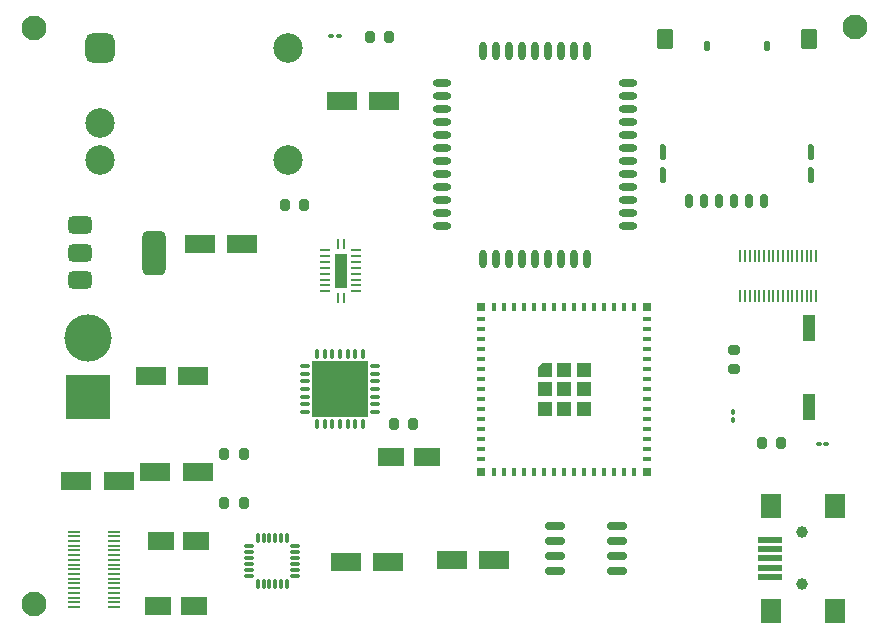
<source format=gbr>
%TF.GenerationSoftware,KiCad,Pcbnew,8.0.5*%
%TF.CreationDate,2024-10-19T16:38:56-04:00*%
%TF.ProjectId,emerald_pcb,656d6572-616c-4645-9f70-63622e6b6963,rev?*%
%TF.SameCoordinates,Original*%
%TF.FileFunction,Soldermask,Top*%
%TF.FilePolarity,Negative*%
%FSLAX46Y46*%
G04 Gerber Fmt 4.6, Leading zero omitted, Abs format (unit mm)*
G04 Created by KiCad (PCBNEW 8.0.5) date 2024-10-19 16:38:56*
%MOMM*%
%LPD*%
G01*
G04 APERTURE LIST*
G04 Aperture macros list*
%AMRoundRect*
0 Rectangle with rounded corners*
0 $1 Rounding radius*
0 $2 $3 $4 $5 $6 $7 $8 $9 X,Y pos of 4 corners*
0 Add a 4 corners polygon primitive as box body*
4,1,4,$2,$3,$4,$5,$6,$7,$8,$9,$2,$3,0*
0 Add four circle primitives for the rounded corners*
1,1,$1+$1,$2,$3*
1,1,$1+$1,$4,$5*
1,1,$1+$1,$6,$7*
1,1,$1+$1,$8,$9*
0 Add four rect primitives between the rounded corners*
20,1,$1+$1,$2,$3,$4,$5,0*
20,1,$1+$1,$4,$5,$6,$7,0*
20,1,$1+$1,$6,$7,$8,$9,0*
20,1,$1+$1,$8,$9,$2,$3,0*%
%AMOutline5P*
0 Free polygon, 5 corners , with rotation*
0 The origin of the aperture is its center*
0 number of corners: always 5*
0 $1 to $10 corner X, Y*
0 $11 Rotation angle, in degrees counterclockwise*
0 create outline with 5 corners*
4,1,5,$1,$2,$3,$4,$5,$6,$7,$8,$9,$10,$1,$2,$11*%
%AMOutline6P*
0 Free polygon, 6 corners , with rotation*
0 The origin of the aperture is its center*
0 number of corners: always 6*
0 $1 to $12 corner X, Y*
0 $13 Rotation angle, in degrees counterclockwise*
0 create outline with 6 corners*
4,1,6,$1,$2,$3,$4,$5,$6,$7,$8,$9,$10,$11,$12,$1,$2,$13*%
%AMOutline7P*
0 Free polygon, 7 corners , with rotation*
0 The origin of the aperture is its center*
0 number of corners: always 7*
0 $1 to $14 corner X, Y*
0 $15 Rotation angle, in degrees counterclockwise*
0 create outline with 7 corners*
4,1,7,$1,$2,$3,$4,$5,$6,$7,$8,$9,$10,$11,$12,$13,$14,$1,$2,$15*%
%AMOutline8P*
0 Free polygon, 8 corners , with rotation*
0 The origin of the aperture is its center*
0 number of corners: always 8*
0 $1 to $16 corner X, Y*
0 $17 Rotation angle, in degrees counterclockwise*
0 create outline with 8 corners*
4,1,8,$1,$2,$3,$4,$5,$6,$7,$8,$9,$10,$11,$12,$13,$14,$15,$16,$1,$2,$17*%
G04 Aperture macros list end*
%ADD10RoundRect,0.250000X-1.050000X-0.550000X1.050000X-0.550000X1.050000X0.550000X-1.050000X0.550000X0*%
%ADD11RoundRect,0.200000X-0.200000X-0.275000X0.200000X-0.275000X0.200000X0.275000X-0.200000X0.275000X0*%
%ADD12RoundRect,0.162500X0.162500X0.412500X-0.162500X0.412500X-0.162500X-0.412500X0.162500X-0.412500X0*%
%ADD13RoundRect,0.112500X0.112500X0.537500X-0.112500X0.537500X-0.112500X-0.537500X0.112500X-0.537500X0*%
%ADD14RoundRect,0.250000X0.450000X0.600000X-0.450000X0.600000X-0.450000X-0.600000X0.450000X-0.600000X0*%
%ADD15RoundRect,0.135000X0.135000X0.265000X-0.135000X0.265000X-0.135000X-0.265000X0.135000X-0.265000X0*%
%ADD16C,2.100000*%
%ADD17R,0.800000X0.400000*%
%ADD18R,0.400000X0.800000*%
%ADD19Outline5P,-0.600000X0.204000X-0.204000X0.600000X0.600000X0.600000X0.600000X-0.600000X-0.600000X-0.600000X0.000000*%
%ADD20R,1.200000X1.200000*%
%ADD21R,0.800000X0.800000*%
%ADD22R,2.200000X1.600000*%
%ADD23RoundRect,0.100000X-0.130000X-0.100000X0.130000X-0.100000X0.130000X0.100000X-0.130000X0.100000X0*%
%ADD24R,0.240000X0.900000*%
%ADD25R,0.900000X0.240000*%
%ADD26R,1.000000X2.900000*%
%ADD27RoundRect,0.075000X-0.350000X-0.075000X0.350000X-0.075000X0.350000X0.075000X-0.350000X0.075000X0*%
%ADD28RoundRect,0.075000X0.075000X-0.350000X0.075000X0.350000X-0.075000X0.350000X-0.075000X-0.350000X0*%
%ADD29RoundRect,0.150000X-0.675000X-0.150000X0.675000X-0.150000X0.675000X0.150000X-0.675000X0.150000X0*%
%ADD30R,0.230000X1.000000*%
%ADD31RoundRect,0.200000X0.200000X0.275000X-0.200000X0.275000X-0.200000X-0.275000X0.200000X-0.275000X0*%
%ADD32RoundRect,0.100000X0.130000X0.100000X-0.130000X0.100000X-0.130000X-0.100000X0.130000X-0.100000X0*%
%ADD33R,3.800000X3.800000*%
%ADD34C,4.000000*%
%ADD35RoundRect,0.200000X0.275000X-0.200000X0.275000X0.200000X-0.275000X0.200000X-0.275000X-0.200000X0*%
%ADD36RoundRect,0.625000X-0.625000X-0.625000X0.625000X-0.625000X0.625000X0.625000X-0.625000X0.625000X0*%
%ADD37C,2.500000*%
%ADD38O,1.600000X0.600000*%
%ADD39O,0.600000X1.600000*%
%ADD40RoundRect,0.100000X0.100000X-0.130000X0.100000X0.130000X-0.100000X0.130000X-0.100000X-0.130000X0*%
%ADD41RoundRect,0.375000X-0.625000X-0.375000X0.625000X-0.375000X0.625000X0.375000X-0.625000X0.375000X0*%
%ADD42RoundRect,0.500000X-0.500000X-1.400000X0.500000X-1.400000X0.500000X1.400000X-0.500000X1.400000X0*%
%ADD43R,1.120000X2.160000*%
%ADD44RoundRect,0.075000X-0.312500X-0.075000X0.312500X-0.075000X0.312500X0.075000X-0.312500X0.075000X0*%
%ADD45RoundRect,0.075000X-0.075000X-0.312500X0.075000X-0.312500X0.075000X0.312500X-0.075000X0.312500X0*%
%ADD46R,4.800000X4.800000*%
%ADD47C,1.000000*%
%ADD48R,2.000000X0.500000*%
%ADD49R,1.700000X2.000000*%
%ADD50R,1.000000X0.230000*%
G04 APERTURE END LIST*
D10*
%TO.C,C10*%
X63833600Y-83312000D03*
X67433600Y-83312000D03*
%TD*%
D11*
%TO.C,R7*%
X58649600Y-53086000D03*
X60299600Y-53086000D03*
%TD*%
%TO.C,R6*%
X67895200Y-71628000D03*
X69545200Y-71628000D03*
%TD*%
D12*
%TO.C,J1*%
X94162400Y-52744400D03*
X96702400Y-52744400D03*
X99242400Y-52744400D03*
X92892400Y-52744400D03*
X95432400Y-52744400D03*
X97972400Y-52744400D03*
D13*
X103187400Y-50574400D03*
X103187400Y-48574400D03*
D14*
X103022400Y-39014400D03*
D15*
X99452400Y-39594400D03*
X94372400Y-39594400D03*
D14*
X90812400Y-39014400D03*
D13*
X90647400Y-50574400D03*
X90647400Y-48574400D03*
%TD*%
D11*
%TO.C,R1*%
X53518800Y-78333600D03*
X55168800Y-78333600D03*
%TD*%
D16*
%TO.C,REF\u002A\u002A*%
X106934000Y-38000000D03*
%TD*%
D17*
%TO.C,U1*%
X75313200Y-62721200D03*
X75313200Y-63571200D03*
X75313200Y-64421200D03*
X75313200Y-65271200D03*
X75313200Y-66121200D03*
X75313200Y-66971200D03*
X75313200Y-67821200D03*
X75313200Y-68671200D03*
X75313200Y-69521200D03*
X75313200Y-70371200D03*
X75313200Y-71221200D03*
X75313200Y-72071200D03*
X75313200Y-72921200D03*
X75313200Y-73771200D03*
X75313200Y-74621200D03*
D18*
X76363200Y-75671200D03*
X77213200Y-75671200D03*
X78063200Y-75671200D03*
X78913200Y-75671200D03*
X79763200Y-75671200D03*
X80613200Y-75671200D03*
X81463200Y-75671200D03*
X82313200Y-75671200D03*
X83163200Y-75671200D03*
X84013200Y-75671200D03*
X84863200Y-75671200D03*
X85713200Y-75671200D03*
X86563200Y-75671200D03*
X87413200Y-75671200D03*
X88263200Y-75671200D03*
D17*
X89313200Y-74621200D03*
X89313200Y-73771200D03*
X89313200Y-72921200D03*
X89313200Y-72071200D03*
X89313200Y-71221200D03*
X89313200Y-70371200D03*
X89313200Y-69521200D03*
X89313200Y-68671200D03*
X89313200Y-67821200D03*
X89313200Y-66971200D03*
X89313200Y-66121200D03*
X89313200Y-65271200D03*
X89313200Y-64421200D03*
X89313200Y-63571200D03*
X89313200Y-62721200D03*
D18*
X88263200Y-61671200D03*
X87413200Y-61671200D03*
X86563200Y-61671200D03*
X85713200Y-61671200D03*
X84863200Y-61671200D03*
X84013200Y-61671200D03*
X83163200Y-61671200D03*
X82313200Y-61671200D03*
X81463200Y-61671200D03*
X80613200Y-61671200D03*
X79763200Y-61671200D03*
X78913200Y-61671200D03*
X78063200Y-61671200D03*
X77213200Y-61671200D03*
X76363200Y-61671200D03*
D19*
X80663200Y-67021200D03*
D20*
X80663200Y-68671200D03*
X80663200Y-70321200D03*
X82313200Y-67021200D03*
X82313200Y-68671200D03*
X82313200Y-70321200D03*
X83963200Y-67021200D03*
X83963200Y-68671200D03*
X83963200Y-70321200D03*
D21*
X75313200Y-61671200D03*
X75313200Y-75671200D03*
X89313200Y-75671200D03*
X89313200Y-61671200D03*
%TD*%
D16*
%TO.C,REF\u002A\u002A*%
X37388800Y-86868000D03*
%TD*%
D10*
%TO.C,C9*%
X72774400Y-83168000D03*
X76374400Y-83168000D03*
%TD*%
D22*
%TO.C,C1*%
X67662800Y-74422000D03*
X70662800Y-74422000D03*
%TD*%
D23*
%TO.C,GPRS1*%
X62581000Y-38760400D03*
X63221000Y-38760400D03*
%TD*%
D24*
%TO.C,U5*%
X63148400Y-56338400D03*
D25*
X62098400Y-56888400D03*
X62098400Y-57388400D03*
X62098400Y-57888400D03*
X62098400Y-58388400D03*
X62098400Y-58888400D03*
X62098400Y-59388400D03*
X62098400Y-59888400D03*
X62098400Y-60388400D03*
D24*
X63148400Y-60938400D03*
X63648400Y-60938400D03*
D25*
X64698400Y-60388400D03*
X64698400Y-59888400D03*
X64698400Y-59388400D03*
X64698400Y-58888400D03*
X64698400Y-58388400D03*
X64698400Y-57888400D03*
X64698400Y-57388400D03*
X64698400Y-56888400D03*
D24*
X63648400Y-56338400D03*
D26*
X63398400Y-58638400D03*
%TD*%
D27*
%TO.C,U4*%
X55657200Y-81960400D03*
X55657200Y-82460400D03*
X55657200Y-82960400D03*
X55657200Y-83460400D03*
X55657200Y-83960400D03*
X55657200Y-84460400D03*
D28*
X56357200Y-85160400D03*
X56857200Y-85160400D03*
X57357200Y-85160400D03*
X57857200Y-85160400D03*
X58357200Y-85160400D03*
X58857200Y-85160400D03*
D27*
X59557200Y-84460400D03*
X59557200Y-83960400D03*
X59557200Y-83460400D03*
X59557200Y-82960400D03*
X59557200Y-82460400D03*
X59557200Y-81960400D03*
D28*
X58857200Y-81260400D03*
X58357200Y-81260400D03*
X57857200Y-81260400D03*
X57357200Y-81260400D03*
X56857200Y-81260400D03*
X56357200Y-81260400D03*
%TD*%
D29*
%TO.C,U6*%
X81550600Y-80289400D03*
X81550600Y-81559400D03*
X81550600Y-82829400D03*
X81550600Y-84099400D03*
X86800600Y-84099400D03*
X86800600Y-82829400D03*
X86800600Y-81559400D03*
X86800600Y-80289400D03*
%TD*%
D10*
%TO.C,C6*%
X47708000Y-75641200D03*
X51308000Y-75641200D03*
%TD*%
D30*
%TO.C,AE2*%
X97232000Y-60804000D03*
X97632000Y-60804000D03*
X98032000Y-60804000D03*
X98432000Y-60804000D03*
X98832000Y-60804000D03*
X99232000Y-60804000D03*
X99632000Y-60804000D03*
X100032000Y-60804000D03*
X100432000Y-60804000D03*
X100832000Y-60804000D03*
X101232000Y-60804000D03*
X101632000Y-60804000D03*
X102032000Y-60804000D03*
X102432000Y-60804000D03*
X102832000Y-60804000D03*
X103232000Y-60804000D03*
X103632000Y-60804000D03*
X103632000Y-57404000D03*
X103232000Y-57404000D03*
X102832000Y-57404000D03*
X102432000Y-57404000D03*
X102032000Y-57404000D03*
X101632000Y-57404000D03*
X101232000Y-57404000D03*
X100832000Y-57404000D03*
X100432000Y-57404000D03*
X100032000Y-57404000D03*
X99632000Y-57404000D03*
X99232000Y-57404000D03*
X98832000Y-57404000D03*
X98432000Y-57404000D03*
X98032000Y-57404000D03*
X97632000Y-57404000D03*
X97232000Y-57404000D03*
%TD*%
D31*
%TO.C,R5*%
X100699400Y-73253600D03*
X99049400Y-73253600D03*
%TD*%
D22*
%TO.C,C3*%
X50952400Y-87020400D03*
X47952400Y-87020400D03*
%TD*%
D10*
%TO.C,C4*%
X41002400Y-76454000D03*
X44602400Y-76454000D03*
%TD*%
D11*
%TO.C,R2*%
X53531000Y-74168000D03*
X55181000Y-74168000D03*
%TD*%
D32*
%TO.C,LORA*%
X104510800Y-73304400D03*
X103870800Y-73304400D03*
%TD*%
D33*
%TO.C,PWR*%
X41960800Y-69312800D03*
D34*
X41960800Y-64312800D03*
%TD*%
D31*
%TO.C,R3*%
X67513200Y-38811200D03*
X65863200Y-38811200D03*
%TD*%
D35*
%TO.C,R4*%
X96672400Y-66978800D03*
X96672400Y-65328800D03*
%TD*%
D36*
%TO.C,U7*%
X43048000Y-39776400D03*
D37*
X43048000Y-46126400D03*
X43048000Y-49296400D03*
X58938000Y-49296400D03*
X58928000Y-39776400D03*
%TD*%
D38*
%TO.C,U2*%
X72007600Y-42768800D03*
X72007600Y-43868800D03*
X72007600Y-44968800D03*
X72007600Y-46068800D03*
X72007600Y-47168800D03*
X72007600Y-48268800D03*
X72007600Y-49368800D03*
X72007600Y-50468800D03*
X72007600Y-51568800D03*
X72007600Y-52668800D03*
X72007600Y-53768800D03*
X72007600Y-54868800D03*
D39*
X75457600Y-57618800D03*
X76557600Y-57618800D03*
X77657600Y-57618800D03*
X78757600Y-57618800D03*
X79857600Y-57618800D03*
X80957600Y-57618800D03*
X82057600Y-57618800D03*
X83157600Y-57618800D03*
X84257600Y-57618800D03*
D38*
X87707600Y-54868800D03*
X87707600Y-53768800D03*
X87707600Y-52668800D03*
X87707600Y-51568800D03*
X87707600Y-50468800D03*
X87707600Y-49368800D03*
X87707600Y-48268800D03*
X87707600Y-47168800D03*
X87707600Y-46068800D03*
X87707600Y-44968800D03*
X87707600Y-43868800D03*
X87707600Y-42768800D03*
D39*
X84257600Y-40018800D03*
X83157600Y-40018800D03*
X82057600Y-40018800D03*
X80957600Y-40018800D03*
X79857600Y-40018800D03*
X78757600Y-40018800D03*
X77657600Y-40018800D03*
X76557600Y-40018800D03*
X75457600Y-40018800D03*
%TD*%
D22*
%TO.C,C2*%
X51155600Y-81534000D03*
X48155600Y-81534000D03*
%TD*%
D40*
%TO.C,ACCEL1*%
X96570800Y-71247400D03*
X96570800Y-70607400D03*
%TD*%
D10*
%TO.C,C5*%
X47301600Y-67564000D03*
X50901600Y-67564000D03*
%TD*%
D41*
%TO.C,U8*%
X41299600Y-54799200D03*
X41299600Y-57099200D03*
D42*
X47599600Y-57099200D03*
D41*
X41299600Y-59399200D03*
%TD*%
D43*
%TO.C,SW1*%
X103073200Y-63449200D03*
X103073200Y-70179200D03*
%TD*%
D16*
%TO.C,REF\u002A\u002A*%
X37439600Y-38100000D03*
%TD*%
D44*
%TO.C,U3*%
X60334900Y-66706000D03*
X60334900Y-67356000D03*
X60334900Y-68006000D03*
X60334900Y-68656000D03*
X60334900Y-69306000D03*
X60334900Y-69956000D03*
X60334900Y-70606000D03*
D45*
X61372400Y-71643500D03*
X62022400Y-71643500D03*
X62672400Y-71643500D03*
X63322400Y-71643500D03*
X63972400Y-71643500D03*
X64622400Y-71643500D03*
X65272400Y-71643500D03*
D44*
X66309900Y-70606000D03*
X66309900Y-69956000D03*
X66309900Y-69306000D03*
X66309900Y-68656000D03*
X66309900Y-68006000D03*
X66309900Y-67356000D03*
X66309900Y-66706000D03*
D45*
X65272400Y-65668500D03*
X64622400Y-65668500D03*
X63972400Y-65668500D03*
X63322400Y-65668500D03*
X62672400Y-65668500D03*
X62022400Y-65668500D03*
X61372400Y-65668500D03*
D46*
X63322400Y-68656000D03*
%TD*%
D47*
%TO.C,J2*%
X102425000Y-85200000D03*
X102425000Y-80800000D03*
D48*
X99725000Y-84600000D03*
X99725000Y-83800000D03*
X99725000Y-83000000D03*
X99725000Y-82200000D03*
X99725000Y-81400000D03*
D49*
X99825000Y-87450000D03*
X105275000Y-87450000D03*
X99825000Y-78550000D03*
X105275000Y-78550000D03*
%TD*%
D50*
%TO.C,AE1*%
X44196000Y-87121200D03*
X44196000Y-86721200D03*
X44196000Y-86321200D03*
X44196000Y-85921200D03*
X44196000Y-85521200D03*
X44196000Y-85121200D03*
X44196000Y-84721200D03*
X44196000Y-84321200D03*
X44196000Y-83921200D03*
X44196000Y-83521200D03*
X44196000Y-83121200D03*
X44196000Y-82721200D03*
X44196000Y-82321200D03*
X44196000Y-81921200D03*
X44196000Y-81521200D03*
X44196000Y-81121200D03*
X44196000Y-80721200D03*
X40796000Y-80721200D03*
X40796000Y-81121200D03*
X40796000Y-81521200D03*
X40796000Y-81921200D03*
X40796000Y-82321200D03*
X40796000Y-82721200D03*
X40796000Y-83121200D03*
X40796000Y-83521200D03*
X40796000Y-83921200D03*
X40796000Y-84321200D03*
X40796000Y-84721200D03*
X40796000Y-85121200D03*
X40796000Y-85521200D03*
X40796000Y-85921200D03*
X40796000Y-86321200D03*
X40796000Y-86721200D03*
X40796000Y-87121200D03*
%TD*%
D10*
%TO.C,C7*%
X51467200Y-56337200D03*
X55067200Y-56337200D03*
%TD*%
%TO.C,C8*%
X63478000Y-44254800D03*
X67078000Y-44254800D03*
%TD*%
M02*

</source>
